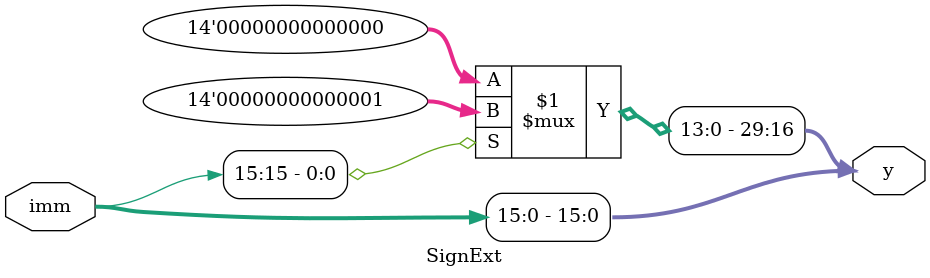
<source format=v>
`include "mux.v"


module PipCtrl(Jump,Branch,address_in,imm16,target26,busA_in,busB_in,address_out,if_rst,if_stall,if_change1,loaduseHD,branchHD);//包含Branch的计算 最后输出一个下一个PC的结果、全部包好  要注意，如果要执行jump,branch，要reset一个周期
	input Jump,Branch,loaduseHD,branchHD;
	input[31:0] address_in,busA_in,busB_in;
	input[15:0] imm16;
	input[25:0] target26;
	output[31:0] address_out;
	output if_rst,if_stall,if_change1;
	//The computation of address_out form Jump or Branch
	wire[29:0] address_start,imm30,address_imm,target30,d_mux1,d_mux2;
	wire Branch_if,zero;
	wire address_decide;
	wire[31:0] result,address_out1,address_out2,address_out3;

	assign address_start = address_in[31:2];
	SignExt signExt_1(imm16,imm30);
	assign address_imm = address_start + imm30;
	assign target30 = {address_in[31:28],target26[25:0]};

	assign result = busA_in - busB_in;
	assign zero =  (result == 0) ? 1:0;

	assign Branch_if = Branch & zero;
	Mux2_30 mux2_1(address_start,address_imm,Branch_if,d_mux1);
	Mux2_30 mux2_2(d_mux1,target30,Jump,d_mux2);

	//generate the signal of if_rst and decide address_out 
	assign if_rst = (Branch_if & ~(Branch & branchHD)) | Jump;
	assign if_change1 = Branch_if | Jump | loaduseHD | (Branch & branchHD);
	//如果不为branch的时候  别随便阻塞  影响效率
	assign if_stall = (loaduseHD & ~(Branch_if | Jump)) | (Branch & branchHD);
	assign address_decide = Branch_if | Jump;

	assign address_out1 = address_in;
	assign address_out2 = d_mux2 * 4;
	Mux2_32 mux2_3(address_out1,address_out2,address_decide,address_out3);
	Mux2_32 mux2_4(address_out3,address_out1,(Branch & branchHD),address_out);
endmodule

module SignExt(imm,y);
	input[15:0] imm;
	output[29:0] y;
	assign y[15:0] = imm;
	assign y[29:16] = imm[15]? 14'b1:14'b0;
endmodule
</source>
